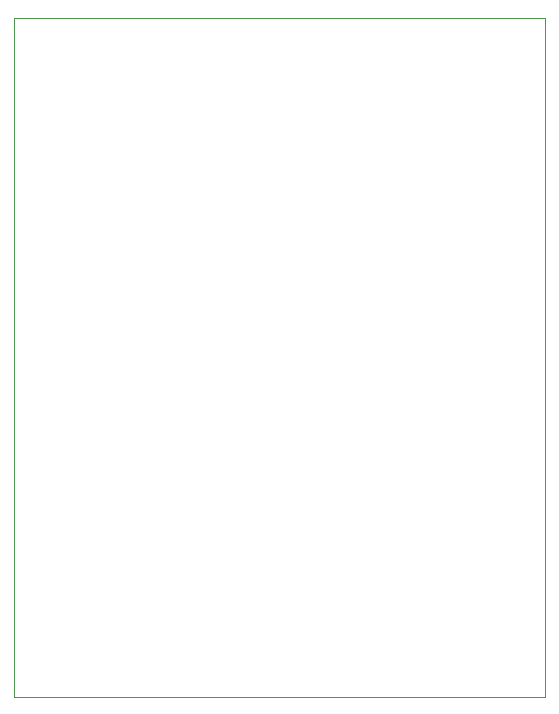
<source format=gbr>
%TF.GenerationSoftware,KiCad,Pcbnew,9.0.0*%
%TF.CreationDate,2025-07-30T16:49:18+01:00*%
%TF.ProjectId,MyMixer,4d794d69-7865-4722-9e6b-696361645f70,rev?*%
%TF.SameCoordinates,Original*%
%TF.FileFunction,Profile,NP*%
%FSLAX46Y46*%
G04 Gerber Fmt 4.6, Leading zero omitted, Abs format (unit mm)*
G04 Created by KiCad (PCBNEW 9.0.0) date 2025-07-30 16:49:18*
%MOMM*%
%LPD*%
G01*
G04 APERTURE LIST*
%TA.AperFunction,Profile*%
%ADD10C,0.050000*%
%TD*%
G04 APERTURE END LIST*
D10*
X21000000Y-35500000D02*
X66000000Y-35500000D01*
X66000000Y-93000000D01*
X21000000Y-93000000D01*
X21000000Y-35500000D01*
M02*

</source>
